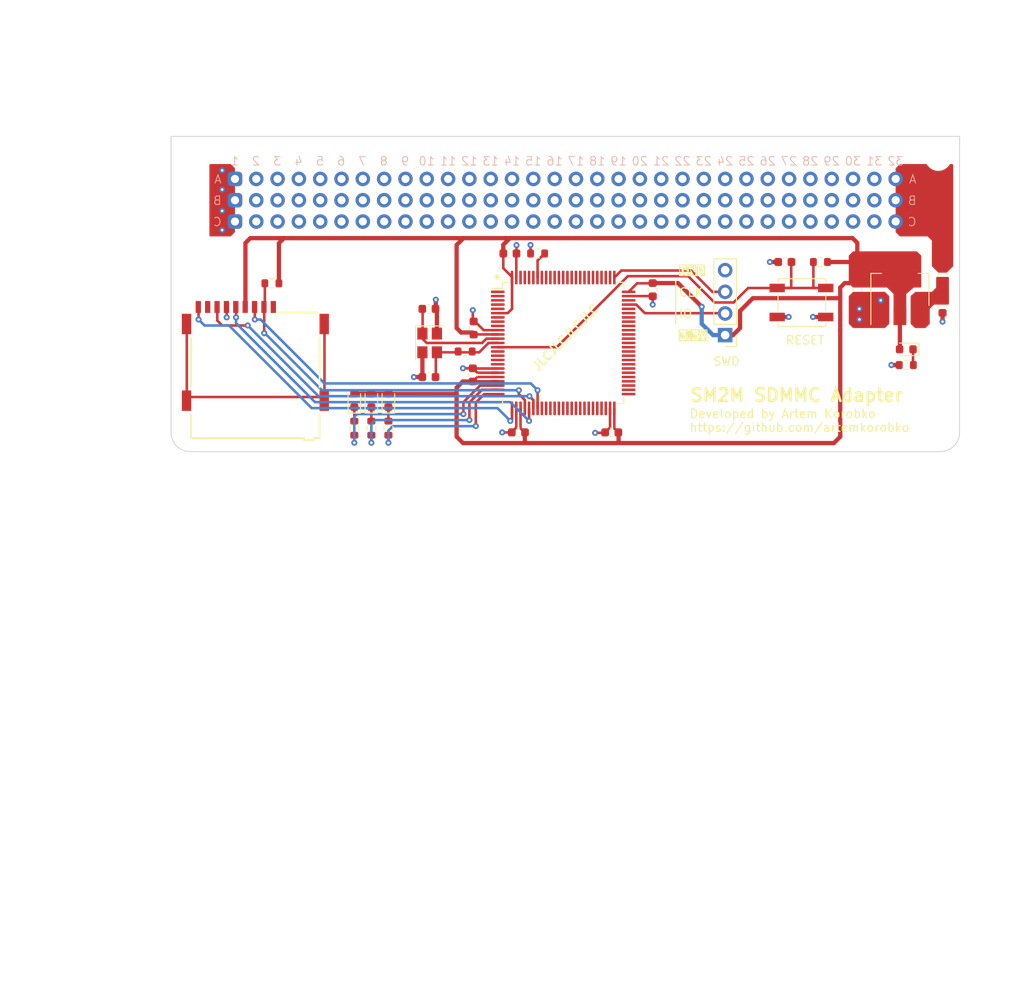
<source format=kicad_pcb>
(kicad_pcb (version 20221018) (generator pcbnew)
  (title_block (title "STM32F103C8T6 Typical Application") (date "2023-02-13") (rev "1") (company "Artem Korobko"))
  (layers (0 "F.Cu" signal) (1 "In1.Cu" signal) (2 "In2.Cu" signal) (31 "B.Cu" signal) (34 "B.Paste" user) (35 "F.Paste" user) (36 "B.SilkS" user "B.Silkscreen") (37 "F.SilkS" user "F.Silkscreen") (38 "B.Mask" user) (39 "F.Mask" user) (44 "Edge.Cuts" user))
  (net 0 "")
  (net 1 "VBUS")
  (net 2 "GND")
  (net 3 "+3.3V")
  (net 4 "NRST")
  (net 5 "OSC_IN")
  (net 6 "/LED")
  (net 7 "SPI1_CS")
  (net 8 "SPI1_MOSI")
  (net 9 "SPI1_SCK")
  (net 10 "SPI1_MISO")
  (net 11 "SDMMC_DETECT")
  (net 12 "SWDIO")
  (net 13 "SWCLK")
  (net 14 "/BOOT0")
  (net 15 "OSC_OUT")
  (net 177 "/PWR")
  (net 178 "Net-(D2-K)")
  (net 179 "Net-(D3-K)")
  (net 180 "Net-(D4-K)")
  (net 183 "unconnected-(J3-SHIELD-Pad10)")
  (net 184 "SDMMC_ABSENT_LED")
  (net 185 "SDMMC_ERR_LED")
  (net 186 "BUS_ERR_LED")
  (footprint "Resistor_SMD:R_0603_1608Metric" (layer "F.Cu") (at 63.5 75.25 -90)
    (fp_text reference "R6")
    (fp_text value "1.5k")
  )
  (footprint "Custom:Micro_SD_Card_Det1" (layer "F.Cu") (at 51.42 72.445)
    (fp_text reference "J3")
    (fp_text value "Micro_SD_Card_Det1")
  )
  (footprint "Capacitor_SMD:C_0603_1608Metric" (layer "F.Cu") (at 77.4 69 90)
    (fp_text reference "C3")
    (fp_text value "4.7uF")
  )
  (footprint "Custom:SNP59-96" (layer "F.Cu") (at 87 43)
    (fp_text reference "J1")
    (fp_text value "Conn_SNP59_96_32X3")
  )
  (footprint "Capacitor_SMD:C_0603_1608Metric" (layer "F.Cu") (at 98.5 59 -90)
    (fp_text reference "C8")
    (fp_text value "100nF")
  )
  (footprint "LED_SMD:LED_0603_1608Metric" (layer "F.Cu") (at 65.5 72 90)
    (fp_text reference "D3")
    (fp_text value "RED")
  )
  (footprint "Resistor_SMD:R_0603_1608Metric" (layer "F.Cu") (at 67.5 75.25 -90)
    (fp_text reference "R8")
    (fp_text value "1.5k")
  )
  (footprint "Capacitor_SMD:C_0603_1608Metric" (layer "F.Cu") (at 72.25 69.25 180)
    (fp_text reference "C9")
    (fp_text value "10pF")
  )
  (footprint "Package_TO_SOT_SMD:SOT-223-3_TabPin2" (layer "F.Cu") (at 127.5 59 90)
    (fp_text reference "U2")
    (fp_text value "AMS1117-3.3")
  )
  (footprint "Connector_PinHeader_2.54mm:PinHeader_1x04_P2.54mm_Vertical" (layer "F.Cu") (at 107 64.33 180)
    (fp_text reference "J2")
    (fp_text value "SWD")
  )
  (footprint "Capacitor_SMD:C_0603_1608Metric" (layer "F.Cu") (at 81.75 54.75)
    (fp_text reference "C4" hide)
    (fp_text value "100nF")
  )
  (footprint "Resistor_SMD:R_0603_1608Metric" (layer "F.Cu") (at 118.175 55.75 180)
    (fp_text reference "R3")
    (fp_text value "10k")
  )
  (footprint "Capacitor_SMD:C_0603_1608Metric" (layer "F.Cu") (at 82.75 75.75 180)
    (fp_text reference "C11")
    (fp_text value "100nF")
  )
  (footprint "Capacitor_SMD:C_0603_1608Metric" (layer "F.Cu") (at 93.7 75.75 180)
    (fp_text reference "C7")
    (fp_text value "100nF")
  )
  (footprint "Capacitor_SMD:C_0603_1608Metric" (layer "F.Cu") (at 114 55.75 180)
    (fp_text reference "C5")
    (fp_text value "100nF")
  )
  (footprint "Resistor_SMD:R_0603_1608Metric" (layer "F.Cu") (at 76.5 66.25)
    (fp_text reference "R5")
    (fp_text value "10R")
  )
  (footprint "Resistor_SMD:R_0603_1608Metric" (layer "F.Cu") (at 53.83 58.25)
    (fp_text reference "R4")
    (fp_text value "10k")
  )
  (footprint "Resistor_SMD:R_0603_1608Metric" (layer "F.Cu") (at 65.5 75.25 -90)
    (fp_text reference "R7")
    (fp_text value "1.5k")
  )
  (footprint "LED_SMD:LED_0603_1608Metric" (layer "F.Cu") (at 128.25 66 180)
    (fp_text reference "D1")
    (fp_text value "RED")
  )
  (footprint "LED_SMD:LED_0603_1608Metric" (layer "F.Cu") (at 63.5 72 90)
    (fp_text reference "D2")
    (fp_text value "RED")
  )
  (footprint "Capacitor_SMD:C_0603_1608Metric" (layer "F.Cu") (at 132.5 60.9375 -90)
    (fp_text reference "C1")
    (fp_text value "22uF")
  )
  (footprint "Inductor_SMD:L_0603_1608Metric" (layer "F.Cu") (at 132.5 57.2125 90)
    (fp_text reference "FB1")
    (fp_text value "FerriteBead")
  )
  (footprint "Crystal:Crystal_SMD_3225-4Pin_3.2x2.5mm" (layer "F.Cu") (at 72.3375 65.25 -90)
    (fp_text reference "Y1")
    (fp_text value "16Mhz")
  )
  (footprint "Capacitor_SMD:C_0603_1608Metric" (layer "F.Cu") (at 122.5 59 -90)
    (fp_text reference "C2")
    (fp_text value "22uF")
  )
  (footprint "Package_QFP:LQFP-100_14x14mm_P0.5mm" (layer "F.Cu") (at 88 65.25)
    (fp_text reference "U1")
    (fp_text value "STM32F103VBT6")
  )
  (footprint "Resistor_SMD:R_0603_1608Metric" (layer "F.Cu") (at 128.25 67.843795 180)
    (fp_text reference "R2")
    (fp_text value "1.5k")
  )
  (footprint "LED_SMD:LED_0603_1608Metric" (layer "F.Cu") (at 67.5 72 90)
    (fp_text reference "D4")
    (fp_text value "RED")
  )
  (footprint "Resistor_SMD:R_0603_1608Metric" (layer "F.Cu") (at 85 54.75)
    (fp_text reference "R1")
    (fp_text value "10k")
  )
  (footprint "Capacitor_SMD:C_0603_1608Metric" (layer "F.Cu") (at 72.25 61.25)
    (fp_text reference "C10" hide)
    (fp_text value "10pF")
  )
  (footprint "Custom:SW_Push_SMD_4x4x1.5" (layer "F.Cu") (at 116 60.5)
    (fp_text reference "SW1")
    (fp_text value "RESET")
  )
  (footprint "Capacitor_SMD:C_0603_1608Metric" (layer "F.Cu") (at 77.5 63.5 90)
    (fp_text reference "C6")
    (fp_text value "100nF")
  )
  (gr_circle (center 80.25 57.5) (end 80.5 57.5) (stroke (width 0.15)) (fill solid) (layer "F.SilkS"))
  (gr_line (start 101.2 63) (end 101.2 58) (stroke (width 0.15)) (layer "F.SilkS"))
  (gr_line (start 42 41) (end 42 75.75) (stroke (width 0.1)) (layer "Edge.Cuts"))
  (gr_line (start 134.5 41) (end 42 41) (stroke (width 0.1)) (layer "Edge.Cuts"))
  (gr_line (start 44.25 78) (end 132.25 78) (stroke (width 0.1)) (layer "Edge.Cuts"))
  (gr_line (start 134.5 75.75) (end 134.5 41) (stroke (width 0.1)) (layer "Edge.Cuts"))
  (gr_arc (start 134.5 75.75) (mid 133.84099 77.34099) (end 132.25 78) (stroke (width 0.1)) (layer "Edge.Cuts"))
  (gr_arc (start 44.25 78) (mid 42.65901 77.34099) (end 42 75.75) (stroke (width 0.1)) (layer "Edge.Cuts"))
  (gr_text "3.3V" (at 101.5 64.9775) (layer "F.SilkS" knockout) (effects (font (size 1 1)) (justify left bottom)))
  (gr_text "SWD" (at 105.5 68) (layer "F.SilkS") (effects (font (size 1 1)) (justify left bottom)))
  (gr_text "SM2M SDMMC Adapter" (at 102.75 72.25) (layer "F.SilkS") (effects (font (size 1.5 1.5) (thickness 0.3) bold) (justify left bottom)))
  (gr_text "CLK" (at 101.5 59.8975) (layer "F.SilkS") (effects (font (size 1 1)) (justify left bottom)))
  (gr_text "JLCJLCJLCJLC" (at 85 68.75 45) (layer "F.SilkS") (effects (font (size 1 1) (thickness 0.2) bold) (justify left bottom)))
  (gr_text "RESET" (at 114 65.5) (layer "F.SilkS") (effects (font (size 1 1)) (justify left bottom)))
  (gr_text "Developed by Artem Korobko\nhttps://github.com/artemkorobko" (at 102.75 75.75) (layer "F.SilkS") (effects (font (size 1 1)) (justify left bottom)))
  (gr_text "GND" (at 101.5 57.3575) (layer "F.SilkS" knockout) (effects (font (size 1 1)) (justify left bottom)))
  (gr_text "IO" (at 101.5 62.4375) (layer "F.SilkS") (effects (font (size 1 1)) (justify left bottom)))
  (segment (start 98.475 59.75) (end 98.5 59.775) (width 0.3) (layer "F.Cu") (net 2))
  (segment (start 113.225 55.75) (end 112.25 55.75) (width 0.5) (layer "F.Cu") (net 2))
  (segment (start 82.5 72.925) (end 82.5 75.175) (width 0.3) (layer "F.Cu") (net 2))
  (segment (start 98.5 59.775) (end 98.5 60.75) (width 0.3) (layer "F.Cu") (net 2))
  (segment (start 73.1875 64.15) (end 73.1875 61.375) (width 0.5) (layer "F.Cu") (net 2))
  (segment (start 92.925 75.8) (end 91.75 75.8) (width 0.3) (layer "F.Cu") (net 2))
  (segment (start 114.45 62.2) (end 113.1 62.2) (width 0.5) (layer "F.Cu") (net 2))
  (segment (start 73.0625 60.175) (end 73.0625 61.25) (width 0.5) (layer "F.Cu") (net 2))
  (segment (start 71.4875 66.35) (end 71.4875 69.225) (width 0.5) (layer "F.Cu") (net 2))
  (segment (start 48.53 62.25) (end 48.53 61) (width 0.3) (layer "F.Cu") (net 2))
  (segment (start 82.525 54.75) (end 82.5 54.775) (width 0.3) (layer "F.Cu") (net 2))
  (segment (start 80.325 63.75) (end 78.675 63.75) (width 0.3) (layer "F.Cu") (net 2))
  (segment (start 82.5 54.775) (end 82.5 57.575) (width 0.3) (layer "F.Cu") (net 2))
  (segment (start 77.425 68.25) (end 77.4 68.225) (width 0.3) (layer "F.Cu") (net 2))
  (segment (start 127.425 67.843795) (end 126.500001 67.843795) (width 0.5) (layer "F.Cu") (net 2))
  (segment (start 77.4 68.225) (end 76.25 68.225) (width 0.3) (layer "F.Cu") (net 2))
  (segment (start 82.5 75.175) (end 81.925 75.75) (width 0.3) (layer "F.Cu") (net 2))
  (segment (start 71.5125 69.25) (end 70.4875 69.25) (width 0.5) (layer "F.Cu") (net 2))
  (segment (start 80.325 68.75) (end 77.925 68.75) (width 0.3) (layer "F.Cu") (net 2))
  (segment (start 71.4875 69.225) (end 71.5125 69.25) (width 0.5) (layer "F.Cu") (net 2))
  (segment (start 77.925 68.75) (end 77.4 68.225) (width 0.3) (layer "F.Cu") (net 2))
  (segment (start 73.1875 61.375) (end 73.0625 61.25) (width 0.5) (layer "F.Cu") (net 2))
  (segment (start 93.5 72.925) (end 93.5 75.175) (width 0.3) (layer "F.Cu") (net 2))
  (segment (start 117.3 62.2) (end 118.8 62.2) (width 0.5) (layer "F.Cu") (net 2))
  (segment (start 93.5 75.175) (end 92.925 75.75) (width 0.3) (layer "F.Cu") (net 2))
  (segment (start 80.325 68.25) (end 77.425 68.25) (width 0.3) (layer "F.Cu") (net 2))
  (segment (start 80.85 75.75) (end 81.925 75.75) (width 0.3) (layer "F.Cu") (net 2))
  (segment (start 77.4 61.4) (end 77.4 62.475) (width 0.3) (layer "F.Cu") (net 2))
  (segment (start 82.525 53.775) (end 82.525 54.75) (width 0.3) (layer "F.Cu") (net 2))
  (segment (start 84.175 54.75) (end 84.175 53.75) (width 0.3) (layer "F.Cu") (net 2))
  (segment (start 132.5 61.7125) (end 132.5 62.75) (width 0.5) (layer "F.Cu") (net 2))
  (segment (start 95.675 59.75) (end 98.475 59.75) (width 0.3) (layer "F.Cu") (net 2))
  (segment (start 78.675 63.75) (end 77.4 62.475) (width 0.3) (layer "F.Cu") (net 2))
  (via (at 84.175 53.75) (size 0.7) (drill 0.3) (layers "F.Cu" "B.Cu") (net 2))
  (via (at 132.5 62.75) (size 0.7) (drill 0.3) (layers "F.Cu" "B.Cu") (net 2))
  (via (at 112.25 55.75) (size 0.7) (drill 0.3) (layers "F.Cu" "B.Cu") (net 2))
  (via (at 73.0625 60.175) (size 0.7) (drill 0.3) (layers "F.Cu" "B.Cu") (net 2))
  (via (at 114.45 62.2) (size 0.7) (drill 0.3) (layers "F.Cu" "B.Cu") (net 2))
  (via (at 98.5 60.75) (size 0.7) (drill 0.3) (layers "F.Cu" "B.Cu") (net 2))
  (via (at 91.75 75.8) (size 0.7) (drill 0.3) (layers "F.Cu" "B.Cu") (net 2))
  (via (at 126.500001 67.843795) (size 0.7) (drill 0.3) (layers "F.Cu" "B.Cu") (net 2))
  (via (at 80.85 75.75) (size 0.7) (drill 0.3) (layers "F.Cu" "B.Cu") (net 2))
  (via (at 77.4 61.4) (size 0.7) (drill 0.3) (layers "F.Cu" "B.Cu") (net 2))
  (via (at 48.53 62.25) (size 0.7) (drill 0.3) (layers "F.Cu" "B.Cu") (net 2))
  (via (at 117.3 62.2) (size 0.7) (drill 0.3) (layers "F.Cu" "B.Cu") (net 2))
  (via (at 82.525 53.775) (size 0.7) (drill 0.3) (layers "F.Cu" "B.Cu") (net 2))
  (via (at 48 45) (size 0.7) (drill 0.3) (layers "F.Cu" "B.Cu") (net 2))
  (via (at 70.4875 69.25) (size 0.7) (drill 0.3) (layers "F.Cu" "B.Cu") (net 2))
  (via (at 76.25 68.225) (size 0.7) (drill 0.3) (layers "F.Cu" "B.Cu") (net 2))
  (via (at 125.25 60.25) (size 0.7) (drill 0.3) (layers "F.Cu" "B.Cu") (net 2))
  (via (at 48 49.75) (size 0.7) (drill 0.3) (layers "F.Cu" "B.Cu") (net 2))
  (via (at 48 52) (size 0.7) (drill 0.3) (layers "F.Cu" "B.Cu") (net 2))
  (via (at 122.75 61.25) (size 0.7) (drill 0.3) (layers "F.Cu" "B.Cu") (net 2))
  (via (at 48 47.25) (size 0.7) (drill 0.3) (layers "F.Cu" "B.Cu") (net 2))
  (via (at 122.75 62.5) (size 0.7) (drill 0.3) (layers "F.Cu" "B.Cu") (net 2))
  (segment (start 80.975 54.75) (end 80.975 53.725) (width 0.5) (layer "F.Cu") (net 3))
  (segment (start 94.5 76.75) (end 94.5 75.775) (width 0.5) (layer "F.Cu") (net 3))
  (segment (start 94 72.925) (end 94 75.275) (width 0.3) (layer "F.Cu") (net 3))
  (segment (start 55.25 52.95) (end 51.3 52.95) (width 0.5) (layer "F.Cu") (net 3))
  (segment (start 107.92 64.33) (end 108.75 63.5) (width 0.5) (layer "F.Cu") (net 3))
  (segment (start 104.25 61) (end 101.475 58.225) (width 0.5) (layer "F.Cu") (net 3))
  (segment (start 65.5 71.2125) (end 67.5 71.2125) (width 0.5) (layer "F.Cu") (net 3))
  (segment (start 80.975 53.725) (end 81.75 52.95) (width 0.5) (layer "F.Cu") (net 3))
  (segment (start 94 75.275) (end 94.475 75.75) (width 0.3) (layer "F.Cu") (net 3))
  (segment (start 80.325 69.75) (end 77.425 69.75) (width 0.3) (layer "F.Cu") (net 3))
  (segment (start 77.4 69.775) (end 76.225 69.775) (width 0.5) (layer "F.Cu") (net 3))
  (segment (start 108.75 61.5) (end 110.25 60) (width 0.5) (layer "F.Cu") (net 3))
  (segment (start 77.925 69.25) (end 77.4 69.775) (width 0.3) (layer "F.Cu") (net 3))
  (segment (start 75.5 53.75) (end 76.25 53) (width 0.5) (layer "F.Cu") (net 3))
  (segment (start 82 57.5) (end 82 57.575) (width 0.3) (layer "F.Cu") (net 3))
  (segment (start 122.5 53.5) (end 121.95 52.95) (width 0.5) (layer "F.Cu") (net 3))
  (segment (start 121.025 58.225) (end 122.5 58.225) (width 0.5) (layer "F.Cu") (net 3))
  (segment (start 82 57.575) (end 82 61.25) (width 0.3) (layer "F.Cu") (net 3))
  (segment (start 63.5 71.2125) (end 65.5 71.2125) (width 0.5) (layer "F.Cu") (net 3))
  (segment (start 127.500001 65.962499) (end 127.4625 66) (width 0.5) (layer "F.Cu") (net 3))
  (segment (start 120.5 76.25) (end 120.5 63.75) (width 0.5) (layer "F.Cu") (net 3))
  (segment (start 96.675 58.25) (end 95.675 59.25) (width 0.3) (layer "F.Cu") (net 3))
  (segment (start 51.3 52.95) (end 50.73 53.52) (width 0.5) (layer "F.Cu") (net 3))
  (segment (start 122 55.75) (end 122.5 56.25) (width 0.5) (layer "F.Cu") (net 3))
  (segment (start 83.5 75.8) (end 83.5 76.75) (width 0.5) (layer "F.Cu") (net 3))
  (segment (start 77.4 64.025) (end 76.025 64.025) (width 0.5) (layer "F.Cu") (net 3))
  (segment (start 83 72.925) (end 83 75.275) (width 0.3) (layer "F.Cu") (net 3))
  (segment (start 75.5 70.5) (end 75.5 76.25) (width 0.5) (layer "F.Cu") (net 3))
  (segment (start 76.25 52.95) (end 55.25 52.95) (width 0.5) (layer "F.Cu") (net 3))
  (segment (start 76.25 53) (end 76.25 52.95) (width 0.3) (layer "F.Cu") (net 3))
  (segment (start 101.475 58.225) (end 98.5 58.225) (width 0.5) (layer "F.Cu") (net 3))
  (segment (start 120.5 58.75) (end 121.025 58.225) (width 0.5) (layer "F.Cu") (net 3))
  (segment (start 107 64.33) (end 107.92 64.33) (width 0.5) (layer "F.Cu") (net 3))
  (segment (start 67.5375 71.25) (end 67.5 71.2125) (width 0.5) (layer "F.Cu") (net 3))
  (segment (start 54.655 53.545) (end 55.25 52.95) (width 0.5) (layer "F.Cu") (net 3))
  (segment (start 119.75 77) (end 120.5 76.25) (width 0.5) (layer "F.Cu") (net 3))
  (segment (start 81.25 52.95) (end 76.25 52.95) (width 0.5) (layer "F.Cu") (net 3))
  (segment (start 80.325 64.25) (end 77.625 64.25) (width 0.3) (layer "F.Cu") (net 3))
  (segment (start 82 61.25) (end 81.5 61.75) (width 0.3) (layer "F.Cu") (net 3))
  (segment (start 80.975 54.75) (end 80.975 56.475) (width 0.3) (layer "F.Cu") (net 3))
  (segment (start 122.5 56.25) (end 122.5 53.5) (width 0.5) (layer "F.Cu") (net 3))
  (segment (start 80.325 69.25) (end 77.925 69.25) (width 0.3) (layer "F.Cu") (net 3))
  (segment (start 108.75 63.5) (end 108.75 61.5) (width 0.5) (layer "F.Cu") (net 3))
  (segment (start 98.475 58.25) (end 96.675 58.25) (width 0.3) (layer "F.Cu") (net 3))
  (segment (start 94.5 75.775) (end 94.475 75.75) (width 0.5) (layer "F.Cu") (net 3))
  (segment (start 121.95 52.95) (end 81.25 52.95) (width 0.5) (layer "F.Cu") (net 3))
  (segment (start 76.025 64.025) (end 75.5 63.5) (width 0.5) (layer "F.Cu") (net 3))
  (segment (start 119 55.75) (end 122 55.75) (width 0.5) (layer "F.Cu") (net 3))
  (segment (start 76.225 69.775) (end 75.5 70.5) (width 0.5) (layer "F.Cu") (net 3))
  (segment (start 76.25 77) (end 119.75 77) (width 0.5) (layer "F.Cu") (net 3))
  (segment (start 80.975 56.475) (end 82 57.5) (width 0.3) (layer "F.Cu") (net 3))
  (segment (start 81.5 61.75) (end 80.325 61.75) (width 0.3) (layer "F.Cu") (net 3))
  (segment (start 120.5 63.75) (end 120.5 58.75) (width 0.5) (layer "F.Cu") (net 3))
  (segment (start 50.73 53.52) (end 50.73 61) (width 0.5) (layer "F.Cu") (net 3))
  (segment (start 75.5 63.5) (end 75.5 53.75) (width 0.5) (layer "F.Cu") (net 3))
  (segment (start 110.25 60) (end 120.5 60) (width 0.5) (layer "F.Cu") (net 3))
  (segment (start 122.5 56.25) (end 122.5 58.225) (width 0.5) (layer "F.Cu") (net 3))
  (segment (start 83 75.275) (end 83.475 75.75) (width 0.3) (layer "F.Cu") (net 3))
  (segment (start 75.5 76.25) (end 76.25 77) (width 0.5) (layer "F.Cu") (net 3))
  (segment (start 54.655 58.25) (end 54.655 53.545) (width 0.5) (layer "F.Cu") (net 3))
  (segment (start 75.5 71.25) (end 67.5375 71.25) (width 0.5) (layer "F.Cu") (net 3))
  (segment (start 127.4625 66) (end 127.5 65.9625) (width 0.5) (layer "F.Cu") (net 3))
  (segment (start 127.5 65.9625) (end 127.5 62.15) (width 0.5) (layer "F.Cu") (net 3))
  (via (at 104.25 61) (size 0.7) (drill 0.3) (layers "F.Cu" "B.Cu") (net 3))
  (segment (start 104.25 63) (end 105.58 64.33) (width 0.5) (layer "B.Cu") (net 3))
  (segment (start 104.25 61) (end 104.25 63) (width 0.5) (layer "B.Cu") (net 3))
  (segment (start 105.58 64.33) (end 107 64.33) (width 0.5) (layer "B.Cu") (net 3))
  (segment (start 117.35 55.75) (end 117.35 58.8) (width 0.3) (layer "F.Cu") (net 4))
  (segment (start 87.25 65.75) (end 95.585 57.415) (width 0.3) (layer "F.Cu") (net 4))
  (segment (start 114.75 55.775) (end 114.75 58.8) (width 0.3) (layer "F.Cu") (net 4))
  (segment (start 108 60.5) (end 109.7 58.8) (width 0.3) (layer "F.Cu") (net 4))
  (segment (start 95.585 57.415) (end 102.665 57.415) (width 0.3) (layer "F.Cu") (net 4))
  (segment (start 80.325 65.75) (end 87.25 65.75) (width 0.3) (layer "F.Cu") (net 4))
  (segment (start 114.775 55.75) (end 114.75 55.775) (width 0.3) (layer "F.Cu") (net 4))
  (segment (start 109.7 58.8) (end 113.1 58.8) (width 0.3) (layer "F.Cu") (net 4))
  (segment (start 114.75 58.8) (end 113.1 58.8) (width 0.3) (layer "F.Cu") (net 4))
  (segment (start 117.35 58.8) (end 118.8 58.8) (width 0.3) (layer "F.Cu") (net 4))
  (segment (start 105.75 60.5) (end 108 60.5) (width 0.3) (layer "F.Cu") (net 4))
  (segment (start 102.665 57.415) (end 105.75 60.5) (width 0.3) (layer "F.Cu") (net 4))
  (segment (start 113.1 58.8) (end 118.8 58.8) (width 0.3) (layer "F.Cu") (net 4))
  (segment (start 79 64.75) (end 80.325 64.75) (width 0.3) (layer "F.Cu") (net 5))
  (segment (start 71.5125 64.775) (end 71.9875 65.25) (width 0.3) (layer "F.Cu") (net 5))
  (segment (start 78.5 65.25) (end 79 64.75) (width 0.3) (layer "F.Cu") (net 5))
  (segment (start 71.9875 65.25) (end 78.5 65.25) (width 0.3) (layer "F.Cu") (net 5))
  (segment (start 71.5125 61.25) (end 71.5125 64.775) (width 0.3) (layer "F.Cu") (net 5))
  (segment (start 129.0375 66) (end 129.0375 67.806295) (width 0.3) (layer "F.Cu") (net 6))
  (segment (start 129.000001 67.768795) (end 129.075001 67.843795) (width 0.3) (layer "F.Cu") (net 6))
  (segment (start 129.0375 67.806295) (end 129.075 67.843795) (width 0.3) (layer "F.Cu") (net 6))
  (segment (start 82.8 71.242814) (end 83.5 71.942814) (width 0.3) (layer "F.Cu") (net 7))
  (segment (start 83.5 71.942814) (end 83.5 72.925) (width 0.3) (layer "F.Cu") (net 7))
  (segment (start 52.93 64.03) (end 52.93 61) (width 0.3) (layer "F.Cu") (net 7))
  (segment (start 53.005 60.925) (end 53.005 58.25) (width 0.3) (layer "F.Cu") (net 7))
  (segment (start 82.8 70.8) (end 82.8 71.242814) (width 0.3) (layer "F.Cu") (net 7))
  (segment (start 52.93 61) (end 53.005 60.925) (width 0.3) (layer "F.Cu") (net 7))
  (via (at 82.8 70.8) (size 0.7) (drill 0.3) (layers "F.Cu" "B.Cu") (net 7))
  (via (at 52.93 64.1) (size 0.7) (drill 0.3) (layers "F.Cu" "B.Cu") (net 7))
  (segment (start 59.7 70.8) (end 82.8 70.8) (width 0.3) (layer "B.Cu") (net 7))
  (segment (start 53 64.1) (end 59.7 70.8) (width 0.3) (layer "B.Cu") (net 7))
  (segment (start 85 70.8) (end 85 72.925) (width 0.3) (layer "F.Cu") (net 8))
  (segment (start 51.83 62.5) (end 51.83 61) (width 0.3) (layer "F.Cu") (net 8))
  (via (at 51.83 62.5) (size 0.7) (drill 0.3) (layers "F.Cu" "B.Cu") (net 8))
  (via (at 85 70.8) (size 0.7) (drill 0.3) (layers "F.Cu" "B.Cu") (net 8))
  (segment (start 84.2 70) (end 85 70.8) (width 0.3) (layer "B.Cu") (net 8))
  (segment (start 60 70) (end 84.2 70) (width 0.3) (layer "B.Cu") (net 8))
  (segment (start 52.5 62.5) (end 60 70) (width 0.3) (layer "B.Cu") (net 8))
  (segment (start 51.905 62.5) (end 52.5 62.5) (width 0.3) (layer "B.Cu") (net 8))
  (segment (start 84 72.925) (end 84 74.4) (width 0.3) (layer "F.Cu") (net 9))
  (segment (start 49.63 62.25) (end 49.63 61) (width 0.3) (layer "F.Cu") (net 9))
  (via (at 84 74.4) (size 0.7) (drill 0.3) (layers "F.Cu" "B.Cu") (net 9))
  (via (at 49.63 62.25) (size 0.7) (drill 0.3) (layers "F.Cu" "B.Cu") (net 9))
  (segment (start 58.9 72.2) (end 49.63 62.93) (width 0.3) (layer "B.Cu") (net 9))
  (segment (start 81.8 72.2) (end 58.9 72.2) (width 0.3) (layer "B.Cu") (net 9))
  (segment (start 84 74.4) (end 81.8 72.2) (width 0.3) (layer "B.Cu") (net 9))
  (segment (start 49.63 62.93) (end 49.63 62.25) (width 0.3) (layer "B.Cu") (net 9))
  (segment (start 84.5 71.952864) (end 84.5 72.925) (width 0.3) (layer "F.Cu") (net 10))
  (segment (start 51 63.2) (end 48 63.2) (width 0.3) (layer "F.Cu") (net 10))
  (segment (start 47.43 62.63) (end 47.43 61) (width 0.3) (layer "F.Cu") (net 10))
  (segment (start 48 63.2) (end 47.43 62.63) (width 0.3) (layer "F.Cu") (net 10))
  (segment (start 84.046636 71.4995) (end 84.5 71.952864) (width 0.3) (layer "F.Cu") (net 10))
  (via (at 51 63.2) (size 0.7) (drill 0.3) (layers "F.Cu" "B.Cu") (net 10))
  (via (at 84.046636 71.4995) (size 0.7) (drill 0.3) (layers "F.Cu" "B.Cu") (net 10))
  (segment (start 51 63.2) (end 59.2995 71.4995) (width 0.3) (layer "B.Cu") (net 10))
  (segment (start 59.2995 71.4995) (end 84.046636 71.4995) (width 0.3) (layer "B.Cu") (net 10))
  (segment (start 45.23 62.5) (end 45.23 61.1225) (width 0.3) (layer "F.Cu") (net 11))
  (segment (start 82 74.2005) (end 82 72.925) (width 0.3) (layer "F.Cu") (net 11))
  (segment (start 81.8005 74.4) (end 82 74.2005) (width 0.3) (layer "F.Cu") (net 11))
  (via (at 45.23 62.5) (size 0.7) (drill 0.3) (layers "F.Cu" "B.Cu") (net 11))
  (via (at 81.8005 74.4) (size 0.7) (drill 0.3) (layers "F.Cu" "B.Cu") (net 11))
  (segment (start 45.93 63.2) (end 45.23 62.5) (width 0.3) (layer "B.Cu") (net 11))
  (segment (start 81.8005 74.4) (end 80.3005 72.9) (width 0.3) (layer "B.Cu") (net 11))
  (segment (start 80.3005 72.9) (end 58.5 72.9) (width 0.3) (layer "B.Cu") (net 11))
  (segment (start 58.5 72.9) (end 48.8 63.2) (width 0.3) (layer "B.Cu") (net 11))
  (segment (start 48.8 63.2) (end 45.93 63.2) (width 0.3) (layer "B.Cu") (net 11))
  (segment (start 95.675 60.75) (end 96.576041 60.75) (width 0.3) (layer "F.Cu") (net 12))
  (segment (start 96.576041 60.75) (end 97.576041 61.75) (width 0.3) (layer "F.Cu") (net 12))
  (segment (start 97.576041 61.75) (end 97.75 61.75) (width 0.3) (layer "F.Cu") (net 12))
  (segment (start 97.75 61.75) (end 97.76 61.76) (width 0.3) (layer "F.Cu") (net 12))
  (segment (start 97.76 61.76) (end 106.99 61.76) (width 0.3) (layer "F.Cu") (net 12))
  (segment (start 94 57.575) (end 94.825 56.75) (width 0.3) (layer "F.Cu") (net 13))
  (segment (start 94.825 56.75) (end 103 56.75) (width 0.3) (layer "F.Cu") (net 13))
  (segment (start 105.5 59.25) (end 107 59.25) (width 0.3) (layer "F.Cu") (net 13))
  (segment (start 103 56.75) (end 105.5 59.25) (width 0.3) (layer "F.Cu") (net 13))
  (segment (start 85 55.575) (end 85.825 54.75) (width 0.3) (layer "F.Cu") (net 14))
  (segment (start 85 57.575) (end 85 55.575) (width 0.3) (layer "F.Cu") (net 14))
  (segment (start 78.15 66.35) (end 73.7 66.35) (width 0.3) (layer "F.Cu") (net 15))
  (segment (start 80.325 65.25) (end 79.25 65.25) (width 0.3) (layer "F.Cu") (net 15))
  (segment (start 73.1875 66.35) (end 73.1875 66.45) (width 0.3) (layer "F.Cu") (net 15))
  (segment (start 73.0625 66.475) (end 73.1875 66.35) (width 0.3) (layer "F.Cu") (net 15))
  (segment (start 73.0625 69.25) (end 73.0625 66.475) (width 0.3) (layer "F.Cu") (net 15))
  (segment (start 79.25 65.25) (end 78.15 66.35) (width 0.3) (layer "F.Cu") (net 15))
  (segment (start 63.5 72.7875) (end 63.5 74.425) (width 0.3) (layer "F.Cu") (net 178))
  (segment (start 65.5 72.7875) (end 65.5 74.425) (width 0.3) (layer "F.Cu") (net 179))
  (segment (start 67.5 72.7875) (end 67.5 74.425) (width 0.3) (layer "F.Cu") (net 180))
  (segment (start 59.97 72.025) (end 59.54 71.595) (width 0.3) (layer "F.Cu") (net 183))
  (segment (start 59.97 63.025) (end 60 63.055) (width 0.3) (layer "F.Cu") (net 183))
  (segment (start 60 71.995) (end 59.97 72.025) (width 0.3) (layer "F.Cu") (net 183))
  (segment (start 43.85 71.995) (end 43.85 63) (width 0.3) (layer "F.Cu") (net 183))
  (segment (start 44.25 71.595) (end 43.85 71.995) (width 0.3) (layer "F.Cu") (net 183))
  (segment (start 60 63.055) (end 60 71.995) (width 0.3) (layer "F.Cu") (net 183))
  (segment (start 59.54 71.595) (end 44.25 71.595) (width 0.3) (layer "F.Cu") (net 183))
  (segment (start 76.2995 72.2005) (end 78.25 70.25) (width 0.3) (layer "F.Cu") (net 184))
  (segment (start 63.5 76.075) (end 63.5 76.9625) (width 0.3) (layer "F.Cu") (net 184))
  (segment (start 76.2995 73.5995) (end 76.2995 72.2005) (width 0.3) (layer "F.Cu") (net 184))
  (segment (start 78.25 70.25) (end 80.325 70.25) (width 0.3) (layer "F.Cu") (net 184))
  (via (at 63.5 76.9625) (size 0.7) (drill 0.3) (layers "F.Cu" "B.Cu") (net 184))
  (via (at 76.2995 73.5995) (size 0.7) (drill 0.3) (layers "F.Cu" "B.Cu") (net 184))
  (segment (start 63.801 73.5995) (end 63.5 73.9005) (width 0.3) (layer "B.Cu") (net 184))
  (segment (start 76.2995 73.5995) (end 63.801 73.5995) (width 0.3) (layer "B.Cu") (net 184))
  (segment (start 63.5 73.9005) (end 63.5 76.9625) (width 0.3) (layer "B.Cu") (net 184))
  (segment (start 77 74.296074) (end 76.9995 74.295574) (width 0.3) (layer "F.Cu") (net 185))
  (segment (start 65.5 76.075) (end 65.5 76.9625) (width 0.3) (layer "F.Cu") (net 185))
  (segment (start 76.9995 74.295574) (end 76.9995 72.229053) (width 0.3) (layer "F.Cu") (net 185))
  (segment (start 76.9995 72.229053) (end 78.478553 70.75) (width 0.3) (layer "F.Cu") (net 185))
  (segment (start 78.478553 70.75) (end 80.325 70.75) (width 0.3) (layer "F.Cu") (net 185))
  (via (at 77 74.296074) (size 0.7) (drill 0.3) (layers "F.Cu" "B.Cu") (net 185))
  (via (at 65.5 76.9625) (size 0.7) (drill 0.3) (layers "F.Cu" "B.Cu") (net 185))
  (segment (start 77 74.296074) (end 76.996574 74.2995) (width 0.3) (layer "B.Cu") (net 185))
  (segment (start 65.5 74.75) (end 65.5 76.9625) (width 0.3) (layer "B.Cu") (net 185))
  (segment (start 65.9505 74.2995) (end 65.5 74.75) (width 0.3) (layer "B.Cu") (net 185))
  (segment (start 76.996574 74.2995) (end 65.9505 74.2995) (width 0.3) (layer "B.Cu") (net 185))
  (segment (start 77.75 72.25) (end 78.75 71.25) (width 0.3) (layer "F.Cu") (net 186))
  (segment (start 78.75 71.25) (end 80.325 71.25) (width 0.3) (layer "F.Cu") (net 186))
  (segment (start 77.75 75) (end 77.75 72.25) (width 0.3) (layer "F.Cu") (net 186))
  (segment (start 67.5 76.075) (end 67.5 76.9625) (width 0.3) (layer "F.Cu") (net 186))
  (via (at 67.5 76.9625) (size 0.7) (drill 0.3) (layers "F.Cu" "B.Cu") (net 186))
  (via (at 77.75 75) (size 0.7) (drill 0.3) (layers "F.Cu" "B.Cu") (net 186))
  (segment (start 68.017946 75.017946) (end 67.5 75.535892) (width 0.3) (layer "B.Cu") (net 186))
  (segment (start 67.5 75.535892) (end 67.5 76.9625) (width 0.3) (layer "B.Cu") (net 186))
  (segment (start 77.732054 75.017946) (end 68.017946 75.017946) (width 0.3) (layer "B.Cu") (net 186))
  (segment (start 77.75 75) (end 77.732054 75.017946) (width 0.3) (layer "B.Cu") (net 186))
  (zone (net 3) (net_name "+3.3V") (layer "F.Cu") (priority 4) (connect_pads yes (clearance 0.5)) (min_thickness 0.25) (fill yes (thermal_gap 0.5) (thermal_bridge_width 0.5))
    (polygon (pts (xy 126.75 63) (xy 128.25 63) (xy 128.25 59.5) (xy 129.125 58.75) (xy 130 58.75) (xy 130 55) (xy 129.5 54.5) (xy 122 54.5) (xy 121.5 55) (xy 121.5 58.25) (xy 122 58.75) (xy 123 58.75) (xy 126 58.75) (xy 126.75 59.5)))
  )
  (zone (net 2) (net_name "GND") (layer "F.Cu") (priority 5) (connect_pads yes (clearance 0.5)) (min_thickness 0.25) (fill yes (thermal_gap 0.5) (thermal_bridge_width 0.5))
    (polygon (pts (xy 122 59.25) (xy 121.5 59.75) (xy 121.5 63) (xy 122 63.5) (xy 125.75 63.5) (xy 126.25 63) (xy 126.25 59.75) (xy 125.75 59.25)))
  )
  (zone (net 2) (net_name "GND") (layer "F.Cu") (priority 6) (connect_pads yes (clearance 0.5)) (min_thickness 0.25) (fill yes (thermal_gap 0.5) (thermal_bridge_width 0.5))
    (polygon (pts (xy 49.5 44.75) (xy 49 44.25) (xy 46.5 44.25) (xy 46.5 52.75) (xy 49 52.75) (xy 49.5 52.25)))
  )
  (zone (net 177) (net_name "/PWR") (layer "F.Cu") (priority 3) (connect_pads yes (clearance 0.5)) (min_thickness 0.25) (fill yes (thermal_gap 0.5) (thermal_bridge_width 0.5))
    (polygon (pts (xy 131.25 59.25) (xy 131.75 58.75) (xy 131.75 57.5) (xy 133.25 57.5) (xy 133.25 60.75) (xy 132.75 60.75) (xy 131.5 60.75) (xy 131 61.25) (xy 131 63) (xy 130.5 63.5) (xy 129.25 63.5) (xy 128.75 63) (xy 128.75 59.75) (xy 129.25 59.25)))
  )
  (zone (net 1) (net_name "VBUS") (layer "F.Cu") (priority 2) (connect_pads yes (clearance 0.5)) (min_thickness 0.25) (fill yes (thermal_gap 0.5) (thermal_bridge_width 0.5))
    (polygon (pts (xy 127 44.75) (xy 127 52.25) (xy 127.5 52.75) (xy 130.75 52.75) (xy 131.25 53.25) (xy 131.25 56.25) (xy 132 57) (xy 133 57) (xy 133.75 56.25) (xy 133.75 44.25) (xy 127.5 44.25)))
  )
)
</source>
